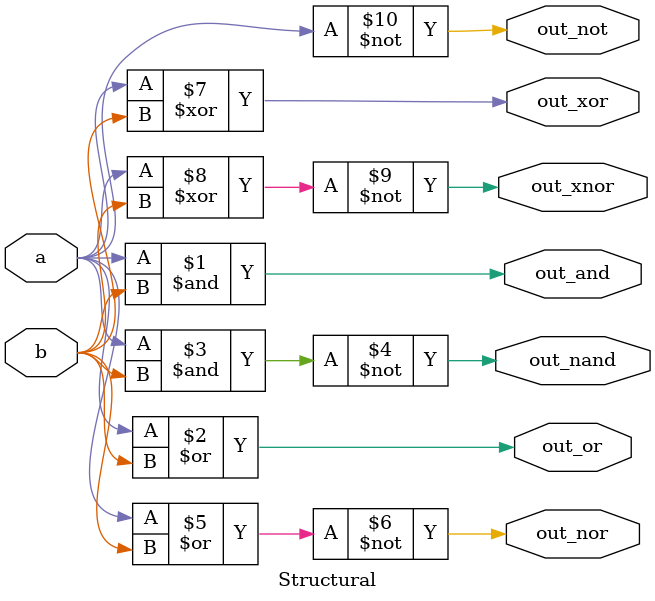
<source format=v>
module Structural(
  input a,b,
  output out_and,out_or,out_not,out_nand,out_nor,out_xor,out_xnor
);
  and G1(out_and,a,b);
  or G2(out_or,a,b);
  not G3(out_not,a);
  nand G4(out_nand,a,b);
  nor G5(out_nor,a,b);
  xor G6(out_xor,a,b);
  xnor G7(out_xnor,a,b);
  
endmodule

</source>
